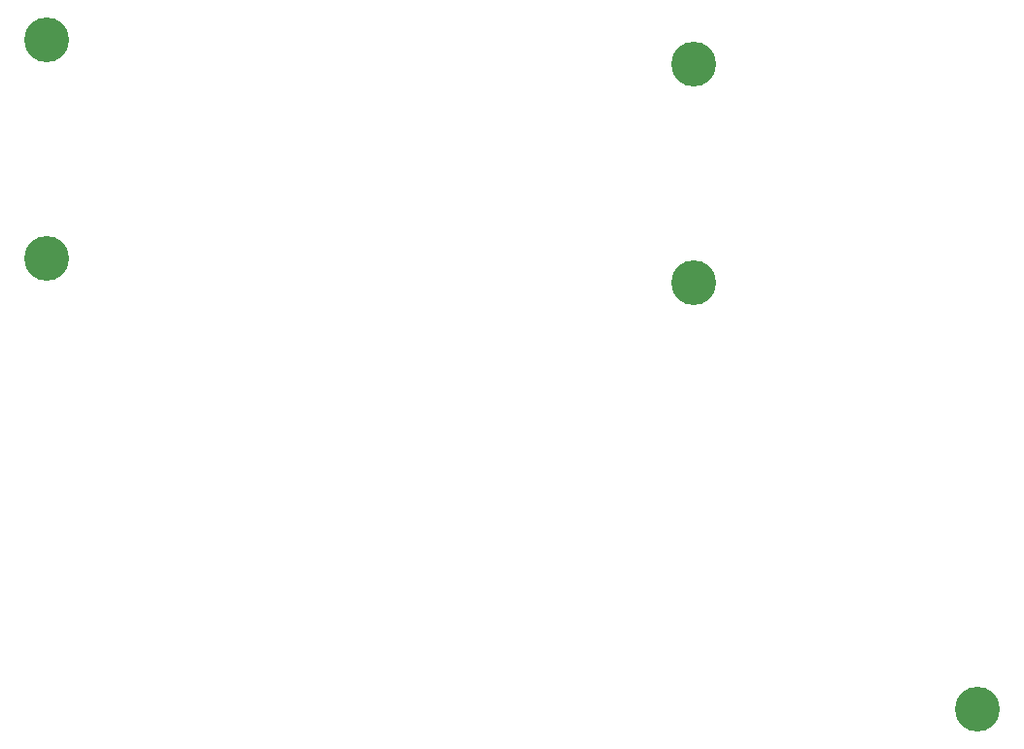
<source format=gbr>
%TF.GenerationSoftware,KiCad,Pcbnew,8.0.3*%
%TF.CreationDate,2024-07-17T09:45:22+02:00*%
%TF.ProjectId,bottom_plate,626f7474-6f6d-45f7-906c-6174652e6b69,rev?*%
%TF.SameCoordinates,Original*%
%TF.FileFunction,Soldermask,Bot*%
%TF.FilePolarity,Negative*%
%FSLAX46Y46*%
G04 Gerber Fmt 4.6, Leading zero omitted, Abs format (unit mm)*
G04 Created by KiCad (PCBNEW 8.0.3) date 2024-07-17 09:45:22*
%MOMM*%
%LPD*%
G01*
G04 APERTURE LIST*
%ADD10C,3.900000*%
G04 APERTURE END LIST*
D10*
%TO.C,H1*%
X36566667Y-41266667D03*
%TD*%
%TO.C,H2*%
X36566667Y-60266667D03*
%TD*%
%TO.C,H3*%
X92900000Y-43395000D03*
%TD*%
%TO.C,H4*%
X92900000Y-62395000D03*
%TD*%
%TO.C,H5*%
X117702667Y-99556630D03*
%TD*%
M02*

</source>
